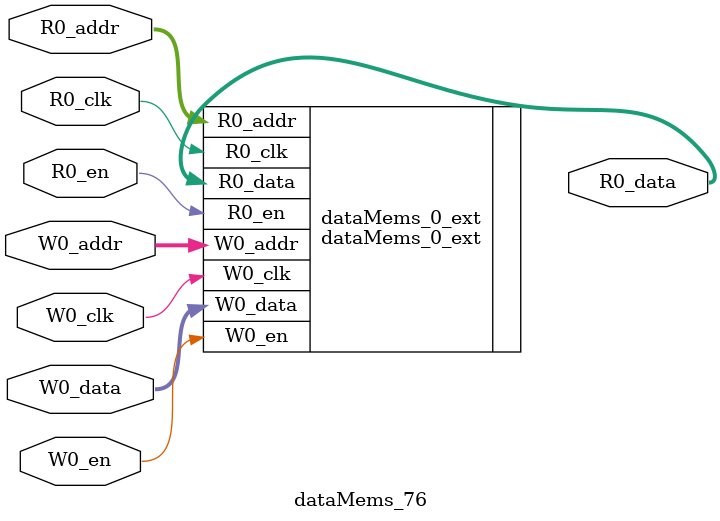
<source format=sv>
`ifndef RANDOMIZE
  `ifdef RANDOMIZE_REG_INIT
    `define RANDOMIZE
  `endif // RANDOMIZE_REG_INIT
`endif // not def RANDOMIZE
`ifndef RANDOMIZE
  `ifdef RANDOMIZE_MEM_INIT
    `define RANDOMIZE
  `endif // RANDOMIZE_MEM_INIT
`endif // not def RANDOMIZE

`ifndef RANDOM
  `define RANDOM $random
`endif // not def RANDOM

// Users can define 'PRINTF_COND' to add an extra gate to prints.
`ifndef PRINTF_COND_
  `ifdef PRINTF_COND
    `define PRINTF_COND_ (`PRINTF_COND)
  `else  // PRINTF_COND
    `define PRINTF_COND_ 1
  `endif // PRINTF_COND
`endif // not def PRINTF_COND_

// Users can define 'ASSERT_VERBOSE_COND' to add an extra gate to assert error printing.
`ifndef ASSERT_VERBOSE_COND_
  `ifdef ASSERT_VERBOSE_COND
    `define ASSERT_VERBOSE_COND_ (`ASSERT_VERBOSE_COND)
  `else  // ASSERT_VERBOSE_COND
    `define ASSERT_VERBOSE_COND_ 1
  `endif // ASSERT_VERBOSE_COND
`endif // not def ASSERT_VERBOSE_COND_

// Users can define 'STOP_COND' to add an extra gate to stop conditions.
`ifndef STOP_COND_
  `ifdef STOP_COND
    `define STOP_COND_ (`STOP_COND)
  `else  // STOP_COND
    `define STOP_COND_ 1
  `endif // STOP_COND
`endif // not def STOP_COND_

// Users can define INIT_RANDOM as general code that gets injected into the
// initializer block for modules with registers.
`ifndef INIT_RANDOM
  `define INIT_RANDOM
`endif // not def INIT_RANDOM

// If using random initialization, you can also define RANDOMIZE_DELAY to
// customize the delay used, otherwise 0.002 is used.
`ifndef RANDOMIZE_DELAY
  `define RANDOMIZE_DELAY 0.002
`endif // not def RANDOMIZE_DELAY

// Define INIT_RANDOM_PROLOG_ for use in our modules below.
`ifndef INIT_RANDOM_PROLOG_
  `ifdef RANDOMIZE
    `ifdef VERILATOR
      `define INIT_RANDOM_PROLOG_ `INIT_RANDOM
    `else  // VERILATOR
      `define INIT_RANDOM_PROLOG_ `INIT_RANDOM #`RANDOMIZE_DELAY begin end
    `endif // VERILATOR
  `else  // RANDOMIZE
    `define INIT_RANDOM_PROLOG_
  `endif // RANDOMIZE
`endif // not def INIT_RANDOM_PROLOG_

// Include register initializers in init blocks unless synthesis is set
`ifndef SYNTHESIS
  `ifndef ENABLE_INITIAL_REG_
    `define ENABLE_INITIAL_REG_
  `endif // not def ENABLE_INITIAL_REG_
`endif // not def SYNTHESIS

// Include rmemory initializers in init blocks unless synthesis is set
`ifndef SYNTHESIS
  `ifndef ENABLE_INITIAL_MEM_
    `define ENABLE_INITIAL_MEM_
  `endif // not def ENABLE_INITIAL_MEM_
`endif // not def SYNTHESIS

module dataMems_76(	// @[generators/ara/src/main/scala/UnsafeAXI4ToTL.scala:365:62]
  input  [4:0]   R0_addr,
  input          R0_en,
  input          R0_clk,
  output [258:0] R0_data,
  input  [4:0]   W0_addr,
  input          W0_en,
  input          W0_clk,
  input  [258:0] W0_data
);

  dataMems_0_ext dataMems_0_ext (	// @[generators/ara/src/main/scala/UnsafeAXI4ToTL.scala:365:62]
    .R0_addr (R0_addr),
    .R0_en   (R0_en),
    .R0_clk  (R0_clk),
    .R0_data (R0_data),
    .W0_addr (W0_addr),
    .W0_en   (W0_en),
    .W0_clk  (W0_clk),
    .W0_data (W0_data)
  );
endmodule


</source>
